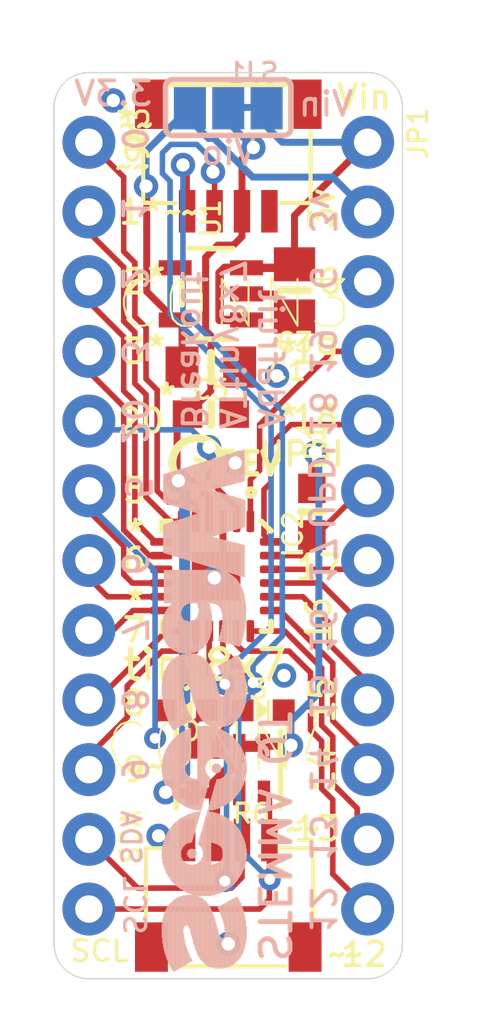
<source format=kicad_pcb>
(kicad_pcb (version 20211014) (generator pcbnew)
  (layers (0 "F.Cu" signal) (31 "B.Cu" signal) (34 "B.Paste" user) (35 "F.Paste" user) (36 "B.SilkS" user "B.Silkscreen") (37 "F.SilkS" user "F.Silkscreen") (38 "B.Mask" user) (39 "F.Mask" user) (44 "Edge.Cuts" user))
  (net 0 "")
  (net 1 "GND")
  (net 2 "3.3V")
  (net 3 "SDA")
  (net 4 "SCL")
  (net 5 "17")
  (net 6 "15")
  (net 7 "12")
  (net 8 "13")
  (net 9 "VCC")
  (net 10 "N$1")
  (net 11 "16")
  (net 12 "5")
  (net 13 "UPDI")
  (net 14 "N$4")
  (net 15 "14")
  (net 16 "6")
  (net 17 "7")
  (net 18 "RXD")
  (net 19 "TXD")
  (net 20 "18")
  (net 21 "19")
  (net 22 "20")
  (net 23 "0")
  (net 24 "1")
  (net 25 "2")
  (net 26 "3")
  (net 27 "VIN")
  (net 28 "N$2")
  (footprint "boardEagle:0603-NO" (layer "F.Cu") (at 151.5491 104.4956 90)
    (fp_text reference "R1" (at 1.778 0.127 90) (layer "F.SilkS") (effects (font (size 0.692831 0.692831) (thickness 0.119969)) (justify left)))
    (fp_text value "10k")
    (pad "1" smd rect (at -0.85 0 90) (size 1.075 1) (layers "F.Cu" "F.Paste" "F.Mask") (net 13 "UPDI"))
    (pad "2" smd rect (at 0.85 0 90) (size 1.075 1) (layers "F.Cu" "F.Paste" "F.Mask") (net 9 "VCC"))
  )
  (footprint "boardEagle:JST_SH4" (layer "F.Cu") (at 148.5011 91.0336 180)
    (fp_text reference "CONN3" (at -4.6 -5.9) (layer "F.SilkS") (effects (font (size 1.703222 1.703222) (thickness 0.074778)) (justify right)))
    (fp_text value "STEMMA_I2C_QT" hide)
    (pad "1" smd rect (at -1.5 -2.514 270) (size 1.55 0.6) (layers "F.Cu" "F.Paste" "F.Mask") (net 1 "GND"))
    (pad "2" smd rect (at -0.5 -2.514 270) (size 1.55 0.6) (layers "F.Cu" "F.Paste" "F.Mask") (net 9 "VCC"))
    (pad "3" smd rect (at 0.5 -2.514 270) (size 1.55 0.6) (layers "F.Cu" "F.Paste" "F.Mask") (net 3 "SDA"))
    (pad "4" smd rect (at 1.5 -2.514 270) (size 1.55 0.6) (layers "F.Cu" "F.Paste" "F.Mask") (net 4 "SCL"))
    (pad "MT1" smd rect (at -2.8 1.386 270) (size 1.8 1.2) (layers "F.Cu" "F.Paste" "F.Mask") (net 1 "GND"))
    (pad "MT2" smd rect (at 2.8 1.386 270) (size 1.8 1.2) (layers "F.Cu" "F.Paste" "F.Mask") (net 1 "GND"))
  )
  (footprint "boardEagle:SOT23-5" (layer "F.Cu") (at 147.8661 96.5581 90)
    (fp_text reference "U1" (at 1.978 0 90) (layer "F.SilkS") (effects (font (size 0.692831 0.692831) (thickness 0.119969)) (justify left)))
    (fp_text value "ap2112")
    (pad "1" smd rect (at -0.95 1.3001 90) (size 0.55 1.2) (layers "F.Cu" "F.Paste" "F.Mask") (net 27 "VIN"))
    (pad "2" smd rect (at 0 1.3001 90) (size 0.55 1.2) (layers "F.Cu" "F.Paste" "F.Mask") (net 1 "GND"))
    (pad "3" smd rect (at 0.95 1.3001 90) (size 0.55 1.2) (layers "F.Cu" "F.Paste" "F.Mask") (net 27 "VIN"))
    (pad "4" smd rect (at 0.95 -1.3001 90) (size 0.55 1.2) (layers "F.Cu" "F.Paste" "F.Mask"))
    (pad "5" smd rect (at -0.95 -1.3001 90) (size 0.55 1.2) (layers "F.Cu" "F.Paste" "F.Mask") (net 2 "3.3V"))
  )
  (footprint "boardEagle:PCBFEAT-REV-040" (layer "F.Cu") (at 147.3581 102.7176)
    (fp_text reference "U$12" hide)
    (fp_text value "" hide)
    (fp_text user ">REV" (at -0.3556 0.508) (layer "F.SilkS") (effects (font (size 0.8128 0.8128) (thickness 0.2032)) (justify left bottom)))
  )
  (footprint "boardEagle:JST_SH4" (layer "F.Cu") (at 148.5011 118.9736)
    (fp_text reference "CONN4" (at -4.6 -5.9) (layer "F.SilkS") (effects (font (size 1.703222 1.703222) (thickness 0.074778)) (justify left)))
    (fp_text value "STEMMA_I2C_QT" hide)
    (pad "1" smd rect (at -1.5 -2.514 90) (size 1.55 0.6) (layers "F.Cu" "F.Paste" "F.Mask") (net 1 "GND"))
    (pad "2" smd rect (at -0.5 -2.514 90) (size 1.55 0.6) (layers "F.Cu" "F.Paste" "F.Mask") (net 9 "VCC"))
    (pad "3" smd rect (at 0.5 -2.514 90) (size 1.55 0.6) (layers "F.Cu" "F.Paste" "F.Mask") (net 3 "SDA"))
    (pad "4" smd rect (at 1.5 -2.514 90) (size 1.55 0.6) (layers "F.Cu" "F.Paste" "F.Mask") (net 4 "SCL"))
    (pad "MT1" smd rect (at -2.8 1.386 90) (size 1.8 1.2) (layers "F.Cu" "F.Paste" "F.Mask") (net 1 "GND"))
    (pad "MT2" smd rect (at 2.8 1.386 90) (size 1.8 1.2) (layers "F.Cu" "F.Paste" "F.Mask") (net 1 "GND"))
  )
  (footprint "boardEagle:1X12_ROUND_76MIL" (layer "F.Cu") (at 153.5811 105.0036 -90)
    (fp_text reference "JP1" (at -15.3162 -1.8288 90) (layer "F.SilkS") (effects (font (size 0.692831 0.692831) (thickness 0.119969)) (justify right)))
    (fp_text value "")
    (pad "1" thru_hole circle (at -13.97 0) (size 1.9304 1.9304) (drill 1) (layers *.Cu *.Mask) (net 27 "VIN"))
    (pad "2" thru_hole circle (at -11.43 0) (size 1.9304 1.9304) (drill 1) (layers *.Cu *.Mask) (net 2 "3.3V"))
    (pad "3" thru_hole circle (at -8.89 0) (size 1.9304 1.9304) (drill 1) (layers *.Cu *.Mask) (net 1 "GND"))
    (pad "4" thru_hole circle (at -6.35 0) (size 1.9304 1.9304) (drill 1) (layers *.Cu *.Mask) (net 21 "19"))
    (pad "5" thru_hole circle (at -3.81 0) (size 1.9304 1.9304) (drill 1) (layers *.Cu *.Mask) (net 20 "18"))
    (pad "6" thru_hole circle (at -1.27 0) (size 1.9304 1.9304) (drill 1) (layers *.Cu *.Mask) (net 13 "UPDI"))
    (pad "7" thru_hole circle (at 1.27 0) (size 1.9304 1.9304) (drill 1) (layers *.Cu *.Mask) (net 5 "17"))
    (pad "8" thru_hole circle (at 3.81 0) (size 1.9304 1.9304) (drill 1) (layers *.Cu *.Mask) (net 11 "16"))
    (pad "9" thru_hole circle (at 6.35 0) (size 1.9304 1.9304) (drill 1) (layers *.Cu *.Mask) (net 6 "15"))
    (pad "10" thru_hole circle (at 8.89 0) (size 1.9304 1.9304) (drill 1) (layers *.Cu *.Mask) (net 15 "14"))
    (pad "11" thru_hole circle (at 11.43 0) (size 1.9304 1.9304) (drill 1) (layers *.Cu *.Mask) (net 8 "13"))
    (pad "12" thru_hole circle (at 13.97 0) (size 1.9304 1.9304) (drill 1) (layers *.Cu *.Mask) (net 7 "12"))
  )
  (footprint "boardEagle:0603-NO" (layer "F.Cu") (at 147.8661 100.9396)
    (fp_text reference "C5" (at -0.762004 -0.888996) (layer "F.SilkS") (effects (font (size 0.692831 0.692831) (thickness 0.119969)) (justify left)))
    (fp_text value "0.1uF")
    (pad "1" smd rect (at -0.85 0) (size 1.075 1) (layers "F.Cu" "F.Paste" "F.Mask") (net 9 "VCC"))
    (pad "2" smd rect (at 0.85 0) (size 1.075 1) (layers "F.Cu" "F.Paste" "F.Mask") (net 1 "GND"))
  )
  (footprint "boardEagle:QFN24_4MM" (layer "F.Cu") (at 148.0566 106.8451 -90)
    (fp_text reference "IC2" (at -2.45 -2.8 90) (layer "F.SilkS") (effects (font (size 0.692831 0.692831) (thickness 0.119969)) (justify right)))
    (fp_text value "ATTINY8X7-MU")
    (pad "1" smd roundrect (at -2 -1.25 90) (size 0.8 0.28) (layers "F.Cu" "F.Paste" "F.Mask") (net 21 "19"))
    (pad "2" smd roundrect (at -2 -0.75 90) (size 0.8 0.28) (layers "F.Cu" "F.Paste" "F.Mask") (net 22 "20"))
    (pad "3" smd roundrect (at -2 -0.25 90) (size 0.8 0.28) (layers "F.Cu" "F.Paste" "F.Mask") (net 1 "GND"))
    (pad "4" smd roundrect (at -2 0.25 90) (size 0.8 0.28) (layers "F.Cu" "F.Paste" "F.Mask") (net 9 "VCC"))
    (pad "5" smd roundrect (at -2 0.75 90) (size 0.8 0.28) (layers "F.Cu" "F.Paste" "F.Mask") (net 23 "0"))
    (pad "6" smd roundrect (at -2 1.25 90) (size 0.8 0.28) (layers "F.Cu" "F.Paste" "F.Mask") (net 24 "1"))
    (pad "7" smd roundrect (at -1.25 2) (size 0.8 0.28) (layers "F.Cu" "F.Paste" "F.Mask") (net 25 "2"))
    (pad "8" smd roundrect (at -0.75 2) (size 0.8 0.28) (layers "F.Cu" "F.Paste" "F.Mask") (net 26 "3"))
    (pad "9" smd roundrect (at -0.25 2) (size 0.8 0.28) (layers "F.Cu" "F.Paste" "F.Mask"))
    (pad "10" smd roundrect (at 0.25 2) (size 0.8 0.28) (layers "F.Cu" "F.Paste" "F.Mask") (net 12 "5"))
    (pad "11" smd roundrect (at 0.75 2) (size 0.8 0.28) (layers "F.Cu" "F.Paste" "F.Mask") (net 16 "6"))
    (pad "12" smd roundrect (at 1.25 2) (size 0.8 0.28) (layers "F.Cu" "F.Paste" "F.Mask") (net 17 "7"))
    (pad "13" smd roundrect (at 2 1.25 270) (size 0.8 0.28) (layers "F.Cu" "F.Paste" "F.Mask") (net 18 "RXD"))
    (pad "14" smd roundrect (at 2 0.75 270) (size 0.8 0.28) (layers "F.Cu" "F.Paste" "F.Mask") (net 19 "TXD"))
    (pad "15" smd roundrect (at 2 0.25 270) (size 0.8 0.28) (layers "F.Cu" "F.Paste" "F.Mask") (net 3 "SDA"))
    (pad "16" smd roundrect (at 2 -0.25 270) (size 0.8 0.28) (layers "F.Cu" "F.Paste" "F.Mask") (net 4 "SCL"))
    (pad "17" smd roundrect (at 2 -0.75 270) (size 0.8 0.28) (layers "F.Cu" "F.Paste" "F.Mask") (net 7 "12"))
    (pad "18" smd roundrect (at 2 -1.25 270) (size 0.8 0.28) (layers "F.Cu" "F.Paste" "F.Mask") (net 8 "13"))
    (pad "19" smd roundrect (at 1.25 -2 180) (size 0.8 0.28) (layers "F.Cu" "F.Paste" "F.Mask") (net 15 "14"))
    (pad "20" smd roundrect (at 0.75 -2 180) (size 0.8 0.28) (layers "F.Cu" "F.Paste" "F.Mask") (net 6 "15"))
    (pad "21" smd roundrect (at 0.25 -2 180) (size 0.8 0.28) (layers "F.Cu" "F.Paste" "F.Mask") (net 11 "16"))
    (pad "22" smd roundrect (at -0.25 -2 180) (size 0.8 0.28) (layers "F.Cu" "F.Paste" "F.Mask") (net 5 "17"))
    (pad "23" smd roundrect (at -0.75 -2 180) (size 0.8 0.28) (layers "F.Cu" "F.Paste" "F.Mask") (net 13 "UPDI"))
    (pad "24" smd roundrect (at -1.25 -2 180) (size 0.8 0.28) (layers "F.Cu" "F.Paste" "F.Mask") (net 20 "18"))
    (pad "THERM" smd rect (at 0 0 270) (size 1.778 1.778) (layers "F.Cu" "F.Mask") (net 1 "GND"))
  )
  (footprint "boardEagle:0805-NO" (layer "F.Cu") (at 150.9141 96.4311 -90)
    (fp_text reference "C3" (at 1.905 -0.762) (layer "F.SilkS") (effects (font (size 0.692831 0.692831) (thickness 0.119969)) (justify right)))
    (fp_text value "10uF")
    (pad "1" smd rect (at -0.95 0 270) (size 1.24 1.5) (layers "F.Cu" "F.Paste" "F.Mask") (net 27 "VIN"))
    (pad "2" smd rect (at 0.95 0 270) (size 1.24 1.5) (layers "F.Cu" "F.Paste" "F.Mask") (net 1 "GND"))
  )
  (footprint "boardEagle:1X12_ROUND_76MIL" (layer "F.Cu") (at 143.4211 105.0036 -90)
    (fp_text reference "JP3" (at -15.3162 -1.8288 90) (layer "F.SilkS") (effects (font (size 0.692831 0.692831) (thickness 0.119969)) (justify right)))
    (fp_text value "")
    (pad "1" thru_hole circle (at -13.97 0) (size 1.9304 1.9304) (drill 1) (layers *.Cu *.Mask) (net 23 "0"))
    (pad "2" thru_hole circle (at -11.43 0) (size 1.9304 1.9304) (drill 1) (layers *.Cu *.Mask) (net 24 "1"))
    (pad "3" thru_hole circle (at -8.89 0) (size 1.9304 1.9304) (drill 1) (layers *.Cu *.Mask) (net 25 "2"))
    (pad "4" thru_hole circle (at -6.35 0) (size 1.9304 1.9304) (drill 1) (layers *.Cu *.Mask) (net 26 "3"))
    (pad "5" thru_hole circle (at -3.81 0) (size 1.9304 1.9304) (drill 1) (layers *.Cu *.Mask) (net 22 "20"))
    (pad "6" thru_hole circle (at -1.27 0) (size 1.9304 1.9304) (drill 1) (layers *.Cu *.Mask) (net 12 "5"))
    (pad "7" thru_hole circle (at 1.27 0) (size 1.9304 1.9304) (drill 1) (layers *.Cu *.Mask) (net 16 "6"))
    (pad "8" thru_hole circle (at 3.81 0) (size 1.9304 1.9304) (drill 1) (layers *.Cu *.Mask) (net 17 "7"))
    (pad "9" thru_hole circle (at 6.35 0) (size 1.9304 1.9304) (drill 1) (layers *.Cu *.Mask) (net 18 "RXD"))
    (pad "10" thru_hole circle (at 8.89 0) (size 1.9304 1.9304) (drill 1) (layers *.Cu *.Mask) (net 19 "TXD"))
    (pad "11" thru_hole circle (at 11.43 0) (size 1.9304 1.9304) (drill 1) (layers *.Cu *.Mask) (net 3 "SDA"))
    (pad "12" thru_hole circle (at 13.97 0) (size 1.9304 1.9304) (drill 1) (layers *.Cu *.Mask) (net 4 "SCL"))
  )
  (footprint "boardEagle:0805_10MGAP" (layer "F.Cu") (at 147.8661 99.2251)
    (fp_text reference "C1" (at 2.032 0.127) (layer "F.SilkS") (effects (font (size 0.692831 0.692831) (thickness 0.119969)) (justify left)))
    (fp_text value "10uF")
    (pad "1" smd rect (at -1.05 0) (size 1.2 1.5) (layers "F.Cu" "F.Paste" "F.Mask") (net 2 "3.3V"))
    (pad "2" smd rect (at 1.05 0) (size 1.2 1.5) (layers "F.Cu" "F.Paste" "F.Mask") (net 1 "GND"))
  )
  (footprint "boardEagle:RESPACK_4X0603" (layer "F.Cu") (at 148.5011 113.8936 180)
    (fp_text reference "R6" (at -1.6 -1.6) (layer "F.SilkS") (effects (font (size 0.692831 0.692831) (thickness 0.119969)) (justify right)))
    (fp_text value "10K")
    (pad "1" smd rect (at -1.3 0.85 180) (size 0.45 0.9) (layers "F.Cu" "F.Paste" "F.Mask") (net 9 "VCC"))
    (pad "2" smd rect (at -0.4 0.85 180) (size 0.45 0.9) (layers "F.Cu" "F.Paste" "F.Mask") (net 9 "VCC"))
    (pad "3" smd rect (at 0.4 0.85 180) (size 0.45 0.9) (layers "F.Cu" "F.Paste" "F.Mask") (net 10 "N$1"))
    (pad "4" smd rect (at 1.3 0.85 180) (size 0.45 0.9) (layers "F.Cu" "F.Paste" "F.Mask") (net 14 "N$4"))
    (pad "5" smd rect (at 1.3 -0.85 180) (size 0.45 0.9) (layers "F.Cu" "F.Paste" "F.Mask") (net 9 "VCC"))
    (pad "6" smd rect (at 0.4 -0.85 180) (size 0.45 0.9) (layers "F.Cu" "F.Paste" "F.Mask") (net 9 "VCC"))
    (pad "7" smd rect (at -0.4 -0.85 180) (size 0.45 0.9) (layers "F.Cu" "F.Paste" "F.Mask") (net 3 "SDA"))
    (pad "8" smd rect (at -1.3 -0.85 180) (size 0.45 0.9) (layers "F.Cu" "F.Paste" "F.Mask") (net 4 "SCL"))
  )
  (footprint "boardEagle:CHIPLED_0603_NOOUTLINE" (layer "F.Cu") (at 146.9771 111.7346 90)
    (fp_text reference "D4" (at -0.762 1.27) (layer "F.SilkS") (effects (font (size 0.692831 0.692831) (thickness 0.119969)) (justify right)))
    (fp_text value "red")
    (pad "A" smd rect (at 0 0.75 90) (size 0.8 0.8) (layers "F.Cu" "F.Paste" "F.Mask") (net 14 "N$4"))
    (pad "C" smd rect (at 0 -0.75 90) (size 0.8 0.8) (layers "F.Cu" "F.Paste" "F.Mask") (net 12 "5"))
  )
  (footprint "boardEagle:CHIPLED_0603_NOOUTLINE" (layer "F.Cu") (at 149.7711 111.7346 -90)
    (fp_text reference "D3" (at -0.762 1.27) (layer "F.SilkS") (effects (font (size 0.692831 0.692831) (thickness 0.119969)) (justify left)))
    (fp_text value "GREEN")
    (pad "A" smd rect (at 0 0.75 270) (size 0.8 0.8) (layers "F.Cu" "F.Paste" "F.Mask") (net 10 "N$1"))
    (pad "C" smd rect (at 0 -0.75 270) (size 0.8 0.8) (layers "F.Cu" "F.Paste" "F.Mask") (net 1 "GND"))
  )
  (footprint "boardEagle:SOLDERJUMPER_2WAY_OPEN_NOPASTE" (layer "B.Cu") (at 148.5011 89.7636 180)
    (fp_text reference "SJ1" (at -1.905 1.27) (layer "B.SilkS") (effects (font (size 0.692831 0.692831) (thickness 0.119969)) (justify left mirror)))
    (fp_text value "")
    (pad "1" smd rect (at -1.397 0 180) (size 1.1684 1.6002) (layers "B.Cu") (net 27 "VIN"))
    (pad "2" smd rect (at 0 0 180) (size 1.1684 1.6002) (layers "B.Cu") (net 9 "VCC"))
    (pad "3" smd rect (at 1.397 0 180) (size 1.1684 1.6002) (layers "B.Cu") (net 2 "3.3V"))
  )
  (footprint "boardEagle:SEESAW_LOGO" (layer "B.Cu") (at 146.0881 121.2596 90)
    (fp_text reference "U$7" hide)
    (fp_text value "" hide)
  )
  (gr_arc (start 142.1511 89.7636) (mid 142.523074 88.865574) (end 143.4211 88.4936) (layer "Edge.Cuts") (width 0.05))
  (gr_line (start 143.4211 121.5136) (end 153.5811 121.5136) (layer "Edge.Cuts") (width 0.05))
  (gr_arc (start 154.8511 120.2436) (mid 154.479126 121.141626) (end 153.5811 121.5136) (layer "Edge.Cuts") (width 0.05))
  (gr_arc (start 153.5811 88.4936) (mid 154.479126 88.865574) (end 154.8511 89.7636) (layer "Edge.Cuts") (width 0.05))
  (gr_line (start 154.8511 120.2436) (end 154.8511 89.7636) (layer "Edge.Cuts") (width 0.05))
  (gr_line (start 153.5811 88.4936) (end 143.4211 88.4936) (layer "Edge.Cuts") (width 0.05))
  (gr_arc (start 143.4211 121.5136) (mid 142.523074 121.141626) (end 142.1511 120.2436) (layer "Edge.Cuts") (width 0.05))
  (gr_line (start 142.1511 89.7636) (end 142.1511 120.2436) (layer "Edge.Cuts") (width 0.05))
  (gr_text "UPDI" (at 151.8666 103.6066 -90) (layer "B.SilkS") (effects (font (size 0.87376 0.87376) (thickness 0.14224)) (justify mirror)))
  (gr_text "17" (at 151.9301 106.2736 -90) (layer "B.SilkS") (effects (font (size 0.87376 0.87376) (thickness 0.14224)) (justify mirror)))
  (gr_text "16" (at 151.9301 108.8136 -90) (layer "B.SilkS") (effects (font (size 0.87376 0.87376) (thickness 0.14224)) (justify mirror)))
  (gr_text "18" (at 151.9301 100.9396 -90) (layer "B.SilkS") (effects (font (size 0.87376 0.87376) (thickness 0.14224)) (justify mirror)))
  (gr_text "13" (at 151.9301 116.3701 -90) (layer "B.SilkS") (effects (font (size 0.87376 0.87376) (thickness 0.14224)) (justify mirror)))
  (gr_text "G" (at 151.9301 95.9866 -90) (layer "B.SilkS") (effects (font (size 0.87376 0.87376) (thickness 0.14224)) (justify mirror)))
  (gr_text "Vio" (at 148.5011 91.4146) (layer "B.SilkS") (effects (font (size 0.87376 0.87376) (thickness 0.14224)) (justify mirror)))
  (gr_text "0" (at 145.0721 90.9066 -90) (layer "B.SilkS") (effects (font (size 0.87376 0.87376) (thickness 0.14224)) (justify mirror)))
  (gr_text "3" (at 145.0721 98.6536 -90) (layer "B.SilkS") (effects (font (size 0.87376 0.87376) (thickness 0.14224)) (justify mirror)))
  (gr_text "5" (at 145.1991 103.6066 -90) (layer "B.SilkS") (effects (font (size 0.87376 0.87376) (thickness 0.14224)) (justify mirror)))
  (gr_text "1" (at 145.0721 93.4466 -90) (layer "B.SilkS") (effects (font (size 0.87376 0.87376) (thickness 0.14224)) (justify mirror)))
  (gr_text "20" (at 145.0721 101.1936 -90) (layer "B.SilkS") (effects (font (size 0.87376 0.87376) (thickness 0.14224)) (justify mirror)))
  (gr_text "15" (at 151.9301 111.2266 -90) (layer "B.SilkS") (effects (font (size 0.87376 0.87376) (thickness 0.14224)) (justify mirror)))
  (gr_text "3v" (at 151.9301 93.5736 -90) (layer "B.SilkS") (effects (font (size 0.87376 0.87376) (thickness 0.14224)) (justify mirror)))
  (gr_text "12" (at 151.9301 118.9736 -90) (layer "B.SilkS") (effects (font (size 0.87376 0.87376) (thickness 0.14224)) (justify mirror)))
  (gr_text "Adafruit\nATtiny8x7\nBreakout" (at 146.7231 101.5746 -90) (layer "B.SilkS") (effects (font (size 0.87376 0.87376) (thickness 0.14224)) (justify left bottom mirror)))
  (gr_text "STEMMA QT" (at 149.5171 121.0056 -90) (layer "B.SilkS") (effects (font (size 1.0922 1.0922) (thickness 0.1778)) (justify left bottom mirror)))
  (gr_text "2" (at 145.0721 95.9866 -90) (layer "B.SilkS") (effects (font (size 0.87376 0.87376) (thickness 0.14224)) (justify mirror)))
  (gr_text "SCL" (at 145.0721 118.8466 -90) (layer "B.SilkS") (effects (font (size 0.76454 0.76454) (thickness 0.12446)) (justify mirror)))
  (gr_text "9" (at 145.0721 113.8936 -90) (layer "B.SilkS") (effects (font (size 0.87376 0.87376) (thickness 0.14224)) (justify mirror)))
  (gr_text "SDA" (at 144.9451 116.3701 -90) (layer "B.SilkS") (effects (font (size 0.699008 0.699008) (thickness 0.113792)) (justify mirror)))
  (gr_text "Vin" (at 152.0571 89.6366) (layer "B.SilkS") (effects (font (size 0.87376 0.87376) (thickness 0.14224)) (justify mirror)))
  (gr_text "8" (at 145.0721 111.3536 -90) (layer "B.SilkS") (effects (font (size 0.87376 0.87376) (thickness 0.14224)) (justify mirror)))
  (gr_text "6" (at 145.0721 106.4006 -90) (layer "B.SilkS") (effects (font (size 0.87376 0.87376) (thickness 0.14224)) (justify mirror)))
  (gr_text "19" (at 151.9301 98.6536 -90) (layer "B.SilkS") (effects (font (size 0.87376 0.87376) (thickness 0.14224)) (justify mirror)))
  (gr_text "7" (at 145.0721 108.8136 -90) (layer "B.SilkS") (effects (font (size 0.87376 0.87376) (thickness 0.14224)) (justify mirror)))
  (gr_text "14" (at 151.9301 113.8936 -90) (layer "B.SilkS") (effects (font (size 0.87376 0.87376) (thickness 0.14224)) (justify mirror)))
  (gr_text "3.3V" (at 144.3101 89.2556) (layer "B.SilkS") (effects (font (size 0.87376 0.87376) (thickness 0.14224)) (justify mirror)))
  (gr_text "6" (at 145.0721 106.2736) (layer "F.SilkS") (effects (font (size 0.87376 0.87376) (thickness 0.14224))))
  (gr_text "~~" (at 145.4531 114.2746) (layer "F.SilkS") (effects (font (size 0.87376 0.87376) (thickness 0.14224)) (justify left bottom)))
  (gr_text "~~" (at 152.0571 121.1326) (layer "F.SilkS") (effects (font (size 0.87376 0.87376) (thickness 0.14224)) (justify left bottom)))
  (gr_text "14" (at 151.9301 113.8936 90) (layer "F.SilkS") (effects (font (size 0.87376 0.87376) (thickness 0.14224))))
  (gr_text "SDA" (at 144.9451 116.3701 90) (layer "F.SilkS") (effects (font (size 0.699008 0.699008) (thickness 0.113792))))
  (gr_text "~~" (at 150.5331 116.5606) (layer "F.SilkS") (effects (font (size 0.87376 0.87376) (thickness 0.14224)) (justify left bottom)))
  (gr_text "5" (at 145.0721 103.7336) (layer "F.SilkS") (effects (font (size 0.87376 0.87376) (thickness 0.14224))))
  (gr_text "2" (at 145.0721 96.1136) (layer "F.SilkS") (effects (font (size 0.87376 0.87376) (thickness 0.14224))))
  (gr_text "13" (at 151.7396 116.0526) (layer "F.SilkS") (effects (font (size 0.87376 0.87376) (thickness 0.14224))))
  (gr_text "G" (at 152.1841 96.1136) (layer "F.SilkS") (effects (font (size 0.87376 0.87376) (thickness 0.14224))))
  (gr_text "0" (at 145.0086 91.2876) (layer "F.SilkS") (effects (font (size 0.87376 0.87376) (thickness 0.14224))))
  (gr_text "9" (at 145.0721 113.8936) (layer "F.SilkS") (effects (font (size 0.87376 0.87376) (thickness 0.14224))))
  (gr_text "*" (at 150.2791 99.1616) (layer "F.SilkS") (effects (font (size 0.87376 0.87376) (thickness 0.14224)) (justify left bottom)))
  (gr_text "~~" (at 144.3101 92.4306) (layer "F.SilkS") (effects (font (size 0.87376 0.87376) (thickness 0.14224)) (justify left bottom)))
  (gr_text "12" (at 153.4541 120.6246) (layer "F.SilkS") (effects (font (size 0.87376 0.87376) (thickness 0.14224))))
  (gr_text "*" (at 145.3261 94.0816) (layer "F.SilkS") (effects (font (size 0.87376 0.87376) (thickness 0.14224)) (justify left bottom)))
  (gr_text "Vin" (at 153.4541 89.3826) (layer "F.SilkS") (effects (font (size 0.87376 0.87376) (thickness 0.14224))))
  (gr_text "16" (at 151.8031 108.4326 90) (layer "F.SilkS") (effects (font (size 0.87376 0.87376) (thickness 0.14224))))
  (gr_text "*" (at 145.8341 100.8126) (layer "F.SilkS") (effects (font (size 0.87376 0.87376) (thickness 0.14224)) (justify left bottom)))
  (gr_text "7" (at 145.0721 108.8136) (layer "F.SilkS") (effects (font (size 0.87376 0.87376) (thickness 0.14224))))
  (gr_text "UPDI" (at 151.1681 102.4001) (layer "F.SilkS") (effects (font (size 0.87376 0.87376) (thickness 0.14224))))
  (gr_text "3" (at 145.0721 98.6536) (layer "F.SilkS") (effects (font (size 0.87376 0.87376) (thickness 0.14224))))
  (gr_text "3v" (at 151.9301 93.4466 90) (layer "F.SilkS") (effects (font (size 0.87376 0.87376) (thickness 0.14224))))
  (gr_text "1" (at 144.9451 93.5736) (layer "F.SilkS") (effects (font (size 0.87376 0.87376) (thickness 0.14224))))
  (gr_text "19" (at 151.6761 98.6536) (layer "F.SilkS") (effects (font (size 0.87376 0.87376) (thickness 0.14224))))
  (gr_text "*" (at 144.6911 105.7656) (layer "F.SilkS") (effects (font (size 0.87376 0.87376) (thickness 0.14224)) (justify left bottom)))
  (gr_text "*" (at 145.4531 96.4946) (layer "F.SilkS") (effects (font (size 0.87376 0.87376) (thickness 0.14224)) (justify left bottom)))
  (gr_text "~~" (at 146.0881 94.0816) (layer "F.SilkS") (effects (font (size 0.87376 0.87376) (thickness 0.14224)) (justify left bottom)))
  (gr_text "*" (at 150.2791 101.5746) (layer "F.SilkS") (effects (font (size 0.87376 0.87376) (thickness 0.14224)) (justify left bottom)))
  (gr_text "*" (at 144.3101 90.7796) (layer "F.SilkS") (effects (font (size 0.87376 0.87376) (thickness 0.14224)) (justify left bottom)))
  (gr_text "17" (at 151.8031 106.5276) (layer "F.SilkS") (effects (font (size 0.87376 0.87376) (thickness 0.14224))))
  (gr_text "*" (at 144.6911 108.3056) (layer "F.SilkS") (effects (font (size 0.87376 0.87376) (thickness 0.14224)) (justify left bottom)))
  (gr_text "8" (at 145.0721 111.4806) (layer "F.SilkS") (effects (font (size 0.87376 0.87376) (thickness 0.14224))))
  (gr_text "*" (at 145.4531 99.0346) (layer "F.SilkS") (effects (font (size 0.87376 0.87376) (thickness 0.14224)) (justify left bottom)))
  (gr_text "18" (at 151.6761 101.0666) (layer "F.SilkS") (effects (font (size 0.87376 0.87376) (thickness 0.14224))))
  (gr_text "~~" (at 144.4371 90.9066) (layer "F.SilkS") (effects (font (size 0.87376 0.87376) (thickness 0.14224)) (justify left bottom)))
  (gr_text "20" (at 145.3261 101.1936) (layer "F.SilkS") (effects (font (size 0.87376 0.87376) (thickness 0.14224))))
  (gr_text "tiny8x7" (at 144.5641 110.7186) (layer "F.SilkS") (effects (font (size 1.0922 1.0922) (thickness 0.1778)) (justify left bottom)))
  (gr_text "SCL" (at 143.8021 120.4976) (layer "F.SilkS") (effects (font (size 0.76454 0.76454) (thickness 0.12446))))
  (gr_text "15" (at 151.9301 111.3536 90) (layer "F.SilkS") (effects (font (size 0.87376 0.87376) (thickness 0.14224))))
  (segment (start 149.1662 96.5581) (end 150.0911 96.5581) (width 0.254) (layer "F.Cu") (net 1))
  (segment (start 150.0911 96.5581) (end 150.9141 97.3811) (width 0.254) (layer "F.Cu") (net 1))
  (segment (start 148.3066 106.5951) (end 148.0566 106.8451) (width 0.254) (layer "F.Cu") (net 1))
  (segment (start 148.3066 104.8451) (end 148.3066 106.5951) (width 0.254) (layer "F.Cu") (net 1))
  (via (at 150.2791 99.5426) (size 0.889) (drill 0.4826) (layers "F.Cu" "B.Cu") (net 1))
  (via (at 148.5011 120.2436) (size 0.889) (drill 0.4826) (layers "F.Cu" "B.Cu") (net 1))
  (via (at 145.9611 116.3066) (size 0.889) (drill 0.4826) (layers "F.Cu" "B.Cu") (net 1))
  (via (at 144.3101 89.5096) (size 0.889) (drill 0.4826) (layers "F.Cu" "B.Cu") (net 1))
  (via (at 147.9931 106.9086) (size 0.889) (drill 0.4826) (layers "F.Cu" "B.Cu") (net 1))
  (via (at 150.5331 110.4646) (size 0.889) (drill 0.4826) (layers "F.Cu" "B.Cu") (net 1))
  (via (at 148.7551 102.7176) (size 0.889) (drill 0.4826) (layers "F.Cu" "B.Cu") (net 1))
  (segment (start 146.8161 99.2251) (end 146.8161 97.7582) (width 0.254) (layer "F.Cu") (net 2))
  (segment (start 146.566 97.5081) (end 145.5293 96.4714) (width 0.254) (layer "F.Cu") (net 2))
  (segment (start 146.8161 97.7582) (end 146.566 97.5081) (width 0.254) (layer "F.Cu") (net 2))
  (segment (start 145.5293 92.65765) (end 145.504675 92.633025) (width 0.254) (layer "F.Cu") (net 2))
  (segment (start 145.5293 96.4714) (end 145.5293 92.65765) (width 0.254) (layer "F.Cu") (net 2))
  (via (at 145.504675 92.633025) (size 0.889) (drill 0.4826) (layers "F.Cu" "B.Cu") (net 2))
  (segment (start 145.504675 91.363025) (end 147.1041 89.7636) (width 0.254) (layer "B.Cu") (net 2))
  (segment (start 147.1041 90.217875) (end 147.780125 90.8939) (width 0.254) (layer "B.Cu") (net 2))
  (segment (start 152.3111 92.3036) (end 153.5811 93.5736) (width 0.254) (layer "B.Cu") (net 2))
  (segment (start 149.3901 92.3036) (end 152.3111 92.3036) (width 0.254) (layer "B.Cu") (net 2))
  (segment (start 147.1041 89.7636) (end 147.1041 90.217875) (width 0.254) (layer "B.Cu") (net 2))
  (segment (start 145.504675 92.633025) (end 145.504675 91.363025) (width 0.254) (layer "B.Cu") (net 2))
  (segment (start 147.780125 90.8939) (end 147.9804 90.8939) (width 0.254) (layer "B.Cu") (net 2))
  (segment (start 147.9804 90.8939) (end 149.3901 92.3036) (width 0.254) (layer "B.Cu") (net 2))
  (segment (start 143.4211 116.4336) (end 145.1991 118.2116) (width 0.2032) (layer "F.Cu") (net 3))
  (segment (start 149.0011 116.4596) (end 149.0011 117.8226) (width 0.2032) (layer "F.Cu") (net 3))
  (segment (start 149.0011 114.8436) (end 148.9011 114.7436) (width 0.2032) (layer "F.Cu") (net 3))
  (segment (start 145.1991 118.2116) (end 148.3741 118.2116) (width 0.2032) (layer "F.Cu") (net 3))
  (segment (start 147.8066 108.8451) (end 147.8066 110.3691) (width 0.2032) (layer "F.Cu") (net 3))
  (segment (start 149.0011 117.8226) (end 148.6121 118.2116) (width 0.2032) (layer "F.Cu") (net 3))
  (segment (start 148.2196 110.7821) (end 147.8066 110.3691) (width 0.2032) (layer "F.Cu") (net 3))
  (segment (start 148.3741 110.7821) (end 148.2196 110.7821) (width 0.2032) (layer "F.Cu") (net 3))
  (segment (start 149.0011 116.4596) (end 149.0011 114.8436) (width 0.2032) (layer "F.Cu") (net 3))
  (segment (start 148.0011 93.5476) (end 148.0011 92.1719) (width 0.2032) (layer "F.Cu") (net 3))
  (segment (start 148.6121 118.2116) (end 148.3741 118.2116) (width 0.2032) (layer "F.Cu") (net 3))
  (segment (start 148.3741 117.9576) (end 148.3741 118.2116) (width 0.2032) (layer "F.Cu") (net 3))
  (segment (start 148.0011 92.1719) (end 147.9423 92.1131) (width 0.2032) (layer "F.Cu") (net 3))
  (via (at 147.9423 92.1131) (size 0.889) (drill 0.4826) (layers "F.Cu" "B.Cu") (net 3))
  (via (at 148.3741 117.9576) (size 0.8001) (drill 0.3937) (layers "F.Cu" "B.Cu") (net 3))
  (via (at 148.3741 110.7821) (size 0.8001) (drill 0.3937) (layers "F.Cu" "B.Cu") (net 3))
  (segment (start 146.3802 97.297938) (end 150.0632 100.980938) (width 0.2032) (layer "B.Cu") (net 3))
  (segment (start 150.0632 108.689569) (end 148.444 110.308769) (width 0.2032) (layer "B.Cu") (net 3))
  (segment (start 147.350975 91.1098) (end 146.412725 91.1098) (width 0.2032) (layer "B.Cu") (net 3))
  (segment (start 147.9423 91.701125) (end 147.350975 91.1098) (width 0.2032) (layer "B.Cu") (net 3))
  (segment (start 146.412725 91.1098) (end 146.1008 91.421725) (width 0.2032) (layer "B.Cu") (net 3))
  (segment (start 148.4376 110.8456) (end 148.3741 110.7821) (width 0.2032) (layer "B.Cu") (net 3))
  (segment (start 146.3802 92.448875) (end 146.3802 97.297938) (width 0.2032) (layer "B.Cu") (net 3))
  (segment (start 148.444 110.308769) (end 148.444 110.7122) (width 0.2032) (layer "B.Cu") (net 3))
  (segment (start 146.1008 92.169475) (end 146.3802 92.448875) (width 0.2032) (layer "B.Cu") (net 3))
  (segment (start 150.0632 100.980938) (end 150.0632 108.689569) (width 0.2032) (layer "B.Cu") (net 3))
  (segment (start 148.3741 117.9576) (end 148.4376 117.8941) (width 0.2032) (layer "B.Cu") (net 3))
  (segment (start 148.444 110.7122) (end 148.3741 110.7821) (width 0.2032) (layer "B.Cu") (net 3))
  (segment (start 148.4376 110.8456) (end 148.4376 117.8941) (width 0.2032) (layer "B.Cu") (net 3))
  (segment (start 147.9423 92.1131) (end 147.9423 91.701125) (width 0.2032) (layer "B.Cu") (net 3))
  (segment (start 146.1008 91.421725) (end 146.1008 92.169475) (width 0.2032) (layer "B.Cu") (net 3))
  (segment (start 149.6441 118.9736) (end 150.0011 118.6166) (width 0.2032) (layer "F.Cu") (net 4))
  (segment (start 149.40285 110.727732) (end 149.40285 110.634232) (width 0.2032) (layer "F.Cu") (net 4))
  (segment (start 150.0011 117.9054) (end 150.0124 117.8941) (width 0.2032) (layer "F.Cu") (net 4))
  (segment (start 150.0011 117.9054) (end 150.0011 116.4596) (width 0.2032) (layer "F.Cu") (net 4))
  (segment (start 147.0011 92.0101) (end 146.8501 91.8591) (width 0.2032) (layer "F.Cu") (net 4))
  (segment (start 150.0011 118.6166) (end 150.0011 117.9054) (width 0.2032) (layer "F.Cu") (net 4))
  (segment (start 147.0011 93.5476) (end 147.0011 92.0101) (width 0.2032) (layer "F.Cu") (net 4))
  (segment (start 148.3066 109.537982) (end 148.3066 108.8451) (width 0.2032) (layer "F.Cu") (net 4))
  (segment (start 150.0011 116.4596) (end 150.0011 114.9436) (width 0.2032) (layer "F.Cu") (net 4))
  (segment (start 149.40285 110.634232) (end 148.3066 109.537982) (width 0.2032) (layer "F.Cu") (net 4))
  (segment (start 143.4211 118.9736) (end 149.6441 118.9736) (width 0.2032) (layer "F.Cu") (net 4))
  (segment (start 150.0011 114.9436) (end 149.8011 114.7436) (width 0.2032) (layer "F.Cu") (net 4))
  (via (at 146.8501 91.8591) (size 0.889) (drill 0.4826) (layers "F.Cu" "B.Cu") (net 4))
  (via (at 149.40285 110.727732) (size 0.8001) (drill 0.3937) (layers "F.Cu" "B.Cu") (net 4))
  (via (at 150.0124 117.8941) (size 0.8001) (drill 0.3937) (layers "F.Cu" "B.Cu") (net 4))
  (segment (start 150.4696 100.8126) (end 150.4696 109.025982) (width 0.2032) (layer "B.Cu") (net 4))
  (segment (start 149.40285 111.08685) (end 148.8821 111.6076) (width 0.2032) (layer "B.Cu") (net 4))
  (segment (start 148.8821 116.7638) (end 148.8821 111.6076) (width 0.2032) (layer "B.Cu") (net 4))
  (segment (start 150.4696 109.025982) (end 149.40285 110.092732) (width 0.2032) (layer "B.Cu") (net 4))
  (segment (start 150.0124 117.8941) (end 148.8821 116.7638) (width 0.2032) (layer "B.Cu") (net 4))
  (segment (start 149.40285 110.092732) (end 149.40285 110.727732) (width 0.2032) (layer "B.Cu") (net 4))
  (segment (start 146.8501 97.1931) (end 150.4696 100.8126) (width 0.2032) (layer "B.Cu") (net 4))
  (segment (start 149.40285 110.727732) (end 149.40285 111.08685) (width 0.2032) (layer "B.Cu") (net 4))
  (segment (start 146.8501 91.8591) (end 146.8501 97.1931) (width 0.2032) (layer "B.Cu") (net 4))
  (segment (start 153.3271 106.2736) (end 153.5811 106.2736) (width 0.2032) (layer "F.Cu") (net 5))
  (segment (start 150.0566 106.5951) (end 153.0056 106.5951) (width 0.2032) (layer "F.Cu") (net 5))
  (segment (start 153.0056 106.5951) (end 153.3271 106.2736) (width 0.2032) (layer "F.Cu") (net 5))
  (segment (start 151.2196 107.5951) (end 152.1841 108.5596) (width 0.2032) (layer "F.Cu") (net 6))
  (segment (start 153.5811 110.7186) (end 153.5811 111.3536) (width 0.2032) (layer "F.Cu") (net 6))
  (segment (start 152.1841 109.3216) (end 153.5811 110.7186) (width 0.2032) (layer "F.Cu") (net 6))
  (segment (start 152.1841 108.5596) (end 152.1841 109.3216) (width 0.2032) (layer "F.Cu") (net 6))
  (segment (start 150.0566 107.5951) (end 151.2196 107.5951) (width 0.2032) (layer "F.Cu") (net 6))
  (segment (start 152.3111 117.7036) (end 153.5811 118.9736) (width 0.2032) (layer "F.Cu") (net 7))
  (segment (start 149.04355 109.5756) (end 150.713887 109.5756) (width 0.2032) (layer "F.Cu") (net 7))
  (segment (start 152.3111 114.994394) (end 152.3111 117.7036) (width 0.2032) (layer "F.Cu") (net 7))
  (segment (start 149.04355 109.5756) (end 148.8066 109.33865) (width 0.2032) (layer "F.Cu") (net 7))
  (segment (start 148.8066 108.8451) (end 148.8066 109.33865) (width 0.2032) (layer "F.Cu") (net 7))
  (segment (start 151.4983 112.452275) (end 151.9047 112.858675) (width 0.2032) (layer "F.Cu") (net 7))
  (segment (start 151.4983 110.360013) (end 151.4983 112.452275) (width 0.2032) (layer "F.Cu") (net 7))
  (segment (start 150.713887 109.5756) (end 151.4983 110.360013) (width 0.2032) (layer "F.Cu") (net 7))
  (segment (start 151.9047 112.858675) (end 151.9047 114.587994) (width 0.2032) (layer "F.Cu") (net 7))
  (segment (start 151.9047 114.587994) (end 152.3111 114.994394) (width 0.2032) (layer "F.Cu") (net 7))
  (segment (start 152.3111 114.419657) (end 153.2001 115.308657) (width 0.2032) (layer "F.Cu") (net 8))
  (segment (start 151.9047 110.191675) (end 151.9047 112.283938) (width 0.2032) (layer "F.Cu") (net 8))
  (segment (start 151.9047 112.283938) (end 152.3111 112.690338) (width 0.2032) (layer "F.Cu") (net 8))
  (segment (start 152.3111 112.690338) (end 152.3111 114.419657) (width 0.2032) (layer "F.Cu") (net 8))
  (segment (start 150.558125 108.8451) (end 151.9047 110.191675) (width 0.2032) (layer "F.Cu") (net 8))
  (segment (start 149.3066 108.8451) (end 150.558125 108.8451) (width 0.2032) (layer "F.Cu") (net 8))
  (segment (start 153.2001 116.0526) (end 153.5811 116.4336) (width 0.2032) (layer "F.Cu") (net 8))
  (segment (start 153.2001 115.308657) (end 153.2001 116.0526) (width 0.2032) (layer "F.Cu") (net 8))
  (segment (start 149.0011 91.6385) (end 149.4155 91.2241) (width 0.254) (layer "F.Cu") (net 9))
  (segment (start 149.0011 93.5476) (end 149.0011 91.6385) (width 0.254) (layer "F.Cu") (net 9))
  (segment (start 150.7481 113.0436) (end 149.8011 113.0436) (width 0.254) (layer "F.Cu") (net 9))
  (segment (start 147.8661 98.0821) (end 147.8661 100.0896) (width 0.254) (layer "F.Cu") (net 9))
  (segment (start 147.9011 114.7436) (end 148.0011 114.8436) (width 0.4064) (layer "F.Cu") (net 9))
  (segment (start 148.0011 116.4596) (end 148.0011 114.8436) (width 0.4064) (layer "F.Cu") (net 9))
  (segment (start 148.1201 94.7801) (end 148.6916 94.7801) (width 0.254) (layer "F.Cu") (net 9))
  (segment (start 146.6351 101.3206) (end 146.6351 103.3653) (width 0.254) (layer "F.Cu") (net 9))
  (segment (start 147.6756 95.2246) (end 147.6756 97.8916) (width 0.254) (layer "F.Cu") (net 9))
  (segment (start 147.6756 97.8916) (end 147.8661 98.0821) (width 0.254) (layer "F.Cu") (net 9))
  (segment (start 148.6916 94.7801) (end 149.0011 94.4706) (width 0.254) (layer "F.Cu") (net 9))
  (segment (start 151.5491 102.4636) (end 151.6761 102.3366) (width 0.254) (layer "F.Cu") (net 9))
  (segment (start 151.5491 102.4636) (end 151.5491 103.6456) (width 0.254) (layer "F.Cu") (net 9))
  (segment (start 148.9011 113.0436) (end 149.8011 113.0436) (width 0.4064) (layer "F.Cu") (net 9))
  (segment (start 146.681525 103.3653) (end 146.6351 103.3653) (width 0.4064) (layer "F.Cu") (net 9))
  (segment (start 147.1716 103.3653) (end 146.681525 103.3653) (width 0.254) (layer "F.Cu") (net 9))
  (segment (start 146.2396 114.7436) (end 146.2151 114.7191) (width 0.4064) (layer "F.Cu") (net 9))
  (segment (start 148.0011 114.3936) (end 148.0011 114.8436) (width 0.4064) (layer "F.Cu") (net 9))
  (segment (start 149.0011 94.4706) (end 149.0011 93.5476) (width 0.254) (layer "F.Cu") (net 9))
  (segment (start 148.1201 94.7801) (end 147.6756 95.2246) (width 0.254) (layer "F.Cu") (net 9))
  (segment (start 147.0161 100.9396) (end 146.6351 101.3206) (width 0.254) (layer "F.Cu") (net 9))
  (segment (start 148.0011 114.8436) (end 148.1011 114.7436) (width 0.4064) (layer "F.Cu") (net 9))
  (segment (start 150.7871 113.0046) (end 150.7481 113.0436) (width 0.254) (layer "F.Cu") (net 9))
  (segment (start 147.2011 114.7436) (end 146.2396 114.7436) (width 0.4064) (layer "F.Cu") (net 9))
  (segment (start 148.9011 113.0436) (end 148.9011 113.4936) (width 0.4064) (layer "F.Cu") (net 9))
  (segment (start 148.9011 113.4936) (end 148.0011 114.3936) (width 0.4064) (layer "F.Cu") (net 9))
  (segment (start 147.8066 104.0003) (end 147.1716 103.3653) (width 0.254) (layer "F.Cu") (net 9))
  (segment (start 147.8066 104.0003) (end 147.8066 104.8451) (width 0.254) (layer "F.Cu") (net 9))
  (segment (start 147.2011 114.7436) (end 147.9011 114.7436) (width 0.4064) (layer "F.Cu") (net 9))
  (segment (start 147.8661 100.0896) (end 147.0161 100.9396) (width 0.254) (layer "F.Cu") (net 9))
  (via (at 146.681525 103.3653) (size 0.889) (drill 0.4826) (layers "F.Cu" "B.Cu") (net 9))
  (via (at 150.7871 113.0046) (size 0.889) (drill 0.4826) (layers "F.Cu" "B.Cu") (net 9))
  (via (at 149.4155 91.2241) (size 0.889) (drill 0.4826) (layers "F.Cu" "B.Cu") (net 9))
  (via (at 146.2151 114.7191) (size 0.889) (drill 0.4826) (layers "F.Cu" "B.Cu") (net 9))
  (via (at 151.6761 102.3366) (size 0.889) (drill 0.4826) (layers "F.Cu" "B.Cu") (net 9))
  (segment (start 148.5011 90.3097) (end 148.5011 89.7636) (width 0.254) (layer "B.Cu") (net 9))
  (segment (start 151.6761 102.3366) (end 151.8031 102.4636) (width 0.254) (layer "B.Cu") (net 9))
  (segment (start 150.7871 112.1156) (end 150.7871 113.0046) (width 0.254) (layer "B.Cu") (net 9))
  (segment (start 151.8031 102.4636) (end 151.8031 111.0996) (width 0.254) (layer "B.Cu") (net 9))
  (segment (start 151.8031 111.0996) (end 150.7871 112.1156) (width 0.254) (layer "B.Cu") (net 9))
  (segment (start 146.9136 103.3653) (end 146.9136 114.0206) (width 0.4064) (layer "B.Cu") (net 9))
  (segment (start 146.2151 114.7191) (end 146.9136 114.0206) (width 0.4064) (layer "B.Cu") (net 9))
  (segment (start 149.4155 91.2241) (end 148.5011 90.3097) (width 0.254) (layer "B.Cu") (net 9))
  (segment (start 146.681525 103.3653) (end 146.9136 103.3653) (width 0.4064) (layer "B.Cu") (net 9))
  (segment (start 148.1011 113.0436) (end 148.1011 112.6546) (width 0.2032) (layer "F.Cu") (net 10))
  (segment (start 148.1011 112.6546) (end 149.0211 111.7346) (width 0.2032) (layer "F.Cu") (net 10))
  (segment (start 151.8626 107.0951) (end 153.5811 108.8136) (width 0.2032) (layer "F.Cu") (net 11))
  (segment (start 150.0566 107.0951) (end 151.8626 107.0951) (width 0.2032) (layer "F.Cu") (net 11))
  (segment (start 143.4211 103.7336) (end 143.4211 104.477544) (width 0.2032) (layer "F.Cu") (net 12))
  (segment (start 144.6911 105.747544) (end 144.6911 106.7816) (width 0.2032) (layer "F.Cu") (net 12))
  (segment (start 145.8341 112.1276) (end 145.8341 112.7506) (width 0.2032) (layer "F.Cu") (net 12))
  (segment (start 144.6911 106.7816) (end 145.0046 107.0951) (width 0.2032) (layer "F.Cu") (net 12))
  (segment (start 146.2271 111.7346) (end 145.8341 112.1276) (width 0.2032) (layer "F.Cu") (net 12))
  (segment (start 143.4211 104.477544) (end 144.6911 105.747544) (width 0.2032) (layer "F.Cu") (net 12))
  (segment (start 145.0046 107.0951) (end 146.0566 107.0951) (width 0.2032) (layer "F.Cu") (net 12))
  (via (at 145.8341 112.7506) (size 0.8001) (drill 0.3937) (layers "F.Cu" "B.Cu") (net 12))
  (segment (start 143.4211 103.7336) (end 143.4211 104.2416) (width 0.2032) (layer "B.Cu") (net 12))
  (segment (start 145.8341 112.7506) (end 145.8341 106.6546) (width 0.2032) (layer "B.Cu") (net 12))
  (segment (start 145.8341 106.6546) (end 143.4211 104.2416) (width 0.2032) (layer "B.Cu") (net 12))
  (segment (start 150.0566 106.0951) (end 151.1681 106.0951) (width 0.2032) (layer "F.Cu") (net 13))
  (segment (start 151.5491 105.3456) (end 151.7151 105.3456) (width 0.2032) (layer "F.Cu") (net 13))
  (segment (start 151.5491 105.7266) (end 151.1681 106.1076) (width 0.2032) (layer "F.Cu") (net 13))
  (segment (start 153.3271 103.7336) (end 151.7151 105.3456) (width 0.2032) (layer "F.Cu") (net 13))
  (segment (start 151.5491 105.7266) (end 151.5491 105.3456) (width 0.2032) (layer "F.Cu") (net 13))
  (segment (start 151.1681 106.1076) (end 151.1681 106.0951) (width 0.2032) (layer "F.Cu") (net 13))
  (segment (start 153.3271 103.7336) (end 153.5811 103.7336) (width 0.2032) (layer "F.Cu") (net 13))
  (segment (start 147.2191 112.2426) (end 147.2191 113.0436) (width 0.2032) (layer "F.Cu") (net 14))
  (segment (start 147.2011 113.0436) (end 147.2191 113.0436) (width 0.2032) (layer "F.Cu") (net 14))
  (segment (start 147.2191 112.2426) (end 147.7271 111.7346) (width 0.2032) (layer "F.Cu") (net 14))
  (segment (start 153.5811 113.3856) (end 153.5811 113.8936) (width 0.2032) (layer "F.Cu") (net 15))
  (segment (start 152.3111 112.1156) (end 153.5811 113.3856) (width 0.2032) (layer "F.Cu") (net 15))
  (segment (start 150.0566 108.0951) (end 150.382862 108.0951) (width 0.2032) (layer "F.Cu") (net 15))
  (segment (start 152.3111 110.023338) (end 152.3111 112.1156) (width 0.2032) (layer "F.Cu") (net 15))
  (segment (start 152.3111 110.023338) (end 150.382862 108.0951) (width 0.2032) (layer "F.Cu") (net 15))
  (segment (start 144.1076 107.5951) (end 143.4211 106.9086) (width 0.2032) (layer "F.Cu") (net 16))
  (segment (start 146.0566 107.5951) (end 144.1076 107.5951) (width 0.2032) (layer "F.Cu") (net 16))
  (segment (start 143.4211 106.2736) (end 143.4211 106.9086) (width 0.2032) (layer "F.Cu") (net 16))
  (segment (start 144.3101 108.8136) (end 143.4211 108.8136) (width 0.2032) (layer "F.Cu") (net 17))
  (segment (start 145.0286 108.0951) (end 144.3101 108.8136) (width 0.2032) (layer "F.Cu") (net 17))
  (segment (start 146.0566 108.0951) (end 145.0286 108.0951) (width 0.2032) (layer "F.Cu") (net 17))
  (segment (start 146.243862 108.8451) (end 143.735362 111.3536) (width 0.2032) (layer "F.Cu") (net 18))
  (segment (start 143.4211 111.3536) (end 143.735362 111.3536) (width 0.2032) (layer "F.Cu") (net 18))
  (segment (start 146.8066 108.8451) (end 146.243862 108.8451) (width 0.2032) (layer "F.Cu") (net 18))
  (segment (start 144.8181 111.9886) (end 143.4211 113.3856) (width 0.2032) (layer "F.Cu") (net 19))
  (segment (start 147.3066 109.5756) (end 147.3066 108.8451) (width 0.2032) (layer "F.Cu") (net 19))
  (segment (start 146.0881 109.5756) (end 147.3066 109.5756) (width 0.2032) (layer "F.Cu") (net 19))
  (segment (start 143.4211 113.8936) (end 143.4211 113.3856) (width 0.2032) (layer "F.Cu") (net 19))
  (segment (start 144.8181 111.9886) (end 144.8181 110.8456) (width 0.2032) (layer "F.Cu") (net 19))
  (segment (start 144.8181 110.8456) (end 146.0881 109.5756) (width 0.2032) (layer "F.Cu") (net 19))
  (segment (start 153.5811 101.1936) (end 153.4541 101.3206) (width 0.2032) (layer "F.Cu") (net 20))
  (segment (start 149.8026 103.6901) (end 149.8026 105.3411) (width 0.2032) (layer "F.Cu") (net 20))
  (segment (start 150.0566 102.0511) (end 150.7871 101.3206) (width 0.2032) (layer "F.Cu") (net 20))
  (segment (start 150.0566 103.4361) (end 149.8026 103.6901) (width 0.2032) (layer "F.Cu") (net 20))
  (segment (start 150.0566 102.0511) (end 150.0566 103.4361) (width 0.2032) (layer "F.Cu") (net 20))
  (segment (start 150.0566 105.5951) (end 149.8026 105.3411) (width 0.2032) (layer "F.Cu") (net 20))
  (segment (start 153.4541 101.3206) (end 150.7871 101.3206) (width 0.2032) (layer "F.Cu") (net 20))
  (segment (start 149.6441 102.9836) (end 149.3066 103.3211) (width 0.2032) (layer "F.Cu") (net 21))
  (segment (start 152.3111 98.6536) (end 153.5811 98.6536) (width 0.2032) (layer "F.Cu") (net 21))
  (segment (start 149.6441 101.3206) (end 152.3111 98.6536) (width 0.2032) (layer "F.Cu") (net 21))
  (segment (start 149.3066 104.8451) (end 149.3066 103.3211) (width 0.2032) (layer "F.Cu") (net 21))
  (segment (start 149.6441 101.3206) (end 149.6441 102.9836) (width 0.2032) (layer "F.Cu") (net 21))
  (segment (start 148.8066 104.3566) (end 147.8026 103.3526) (width 0.2032) (layer "F.Cu") (net 22))
  (segment (start 148.8066 104.8451) (end 148.8066 104.3566) (width 0.2032) (layer "F.Cu") (net 22))
  (segment (start 147.8026 102.1461) (end 147.8026 103.3526) (width 0.2032) (layer "F.Cu") (net 22))
  (via (at 147.8026 102.1461) (size 0.889) (drill 0.4826) (layers "F.Cu" "B.Cu") (net 22))
  (segment (start 147.8026 102.1461) (end 147.1676 101.5111) (width 0.2032) (layer "B.Cu") (net 22))
  (segment (start 147.1676 101.5111) (end 143.7386 101.5111) (width 0.2032) (layer "B.Cu") (net 22))
  (segment (start 143.7386 101.5111) (end 143.4211 101.1936) (width 0.2032) (layer "B.Cu") (net 22))
  (segment (start 145.5039 99.653663) (end 145.9103 100.060063) (width 0.2032) (layer "F.Cu") (net 23))
  (segment (start 146.3167 104.1403) (end 147.3066 104.1403) (width 0.2032) (layer "F.Cu") (net 23))
  (segment (start 145.0975 95.419207) (end 145.0975 97.384469) (width 0.2032) (layer "F.Cu") (net 23))
  (segment (start 143.4211 91.0336) (end 144.6911 92.3036) (width 0.2032) (layer "F.Cu") (net 23))
  (segment (start 144.6911 92.3036) (end 144.6911 95.012807) (width 0.2032) (layer "F.Cu") (net 23))
  (segment (start 145.9103 103.7339) (end 146.3167 104.1403) (width 0.2032) (layer "F.Cu") (net 23))
  (segment (start 145.5039 97.790869) (end 145.5039 99.653663) (width 0.2032) (layer "F.Cu") (net 23))
  (segment (start 145.0975 97.384469) (end 145.5039 97.790869) (width 0.2032) (layer "F.Cu") (net 23))
  (segment (start 144.6911 95.012807) (end 145.0975 95.419207) (width 0.2032) (layer "F.Cu") (net 23))
  (segment (start 147.3066 104.1403) (end 147.3066 104.8451) (width 0.2032) (layer "F.Cu") (net 23))
  (segment (start 145.9103 100.060063) (end 145.9103 103.7339) (width 0.2032) (layer "F.Cu") (net 23))
  (segment (start 144.6911 95.587544) (end 143.4211 94.317544) (width 0.2032) (layer "F.Cu") (net 24))
  (segment (start 145.5039 103.9622) (end 145.5039 100.2284) (width 0.2032) (layer "F.Cu") (net 24))
  (segment (start 146.3868 104.8451) (end 145.5039 103.9622) (width 0.2032) (layer "F.Cu") (net 24))
  (segment (start 144.6911 97.552807) (end 144.6911 95.587544) (width 0.2032) (layer "F.Cu") (net 24))
  (segment (start 145.0975 99.822) (end 145.0975 97.959207) (width 0.2032) (layer "F.Cu") (net 24))
  (segment (start 143.4211 94.317544) (end 143.4211 93.5736) (width 0.2032) (layer "F.Cu") (net 24))
  (segment (start 145.0975 97.959207) (end 144.6911 97.552807) (width 0.2032) (layer "F.Cu") (net 24))
  (segment (start 146.8066 104.8451) (end 146.3868 104.8451) (width 0.2032) (layer "F.Cu") (net 24))
  (segment (start 145.5039 100.2284) (end 145.0975 99.822) (width 0.2032) (layer "F.Cu") (net 24))
  (segment (start 145.8414 105.5951) (end 145.0975 104.8512) (width 0.2032) (layer "F.Cu") (net 25))
  (segment (start 144.6911 100.092807) (end 144.6911 98.127544) (width 0.2032) (layer "F.Cu") (net 25))
  (segment (start 144.6911 98.127544) (end 143.4211 96.857544) (width 0.2032) (layer "F.Cu") (net 25))
  (segment (start 143.4211 96.857544) (end 143.4211 96.1136) (width 0.2032) (layer "F.Cu") (net 25))
  (segment (start 146.0566 105.5951) (end 145.8414 105.5951) (width 0.2032) (layer "F.Cu") (net 25))
  (segment (start 145.0975 100.499207) (end 144.6911 100.092807) (width 0.2032) (layer "F.Cu") (net 25))
  (segment (start 145.0975 104.8512) (end 145.0975 100.499207) (width 0.2032) (layer "F.Cu") (net 25))
  (segment (start 143.4211 99.397544) (end 143.4211 98.6536) (width 0.2032) (layer "F.Cu") (net 26))
  (segment (start 146.0566 106.0951) (end 145.62655 106.0951) (width 0.2032) (layer "F.Cu") (net 26))
  (segment (start 145.62655 106.0951) (end 144.6911 105.15965) (width 0.2032) (layer "F.Cu") (net 26))
  (segment (start 144.6911 105.15965) (end 144.6911 100.667544) (width 0.2032) (layer "F.Cu") (net 26))
  (segment (start 144.6911 100.667544) (end 143.4211 99.397544) (width 0.2032) (layer "F.Cu") (net 26))
  (segment (start 153.5811 91.0336) (end 150.9141 93.7006) (width 0.254) (layer "F.Cu") (net 27))
  (segment (start 148.3716 95.6081) (end 149.1662 95.6081) (width 0.3048) (layer "F.Cu") (net 27))
  (segment (start 149.1662 97.5081) (end 148.1836 97.5081) (width 0.3048) (layer "F.Cu") (net 27))
  (segment (start 148.1836 95.7961) (end 148.3716 95.6081) (width 0.3048) (layer "F.Cu") (net 27))
  (segment (start 148.1836 97.5081) (end 148.1836 95.7961) (width 0.3048) (layer "F.Cu") (net 27))
  (segment (start 149.1662 95.6081) (end 150.7871 95.6081) (width 0.3048) (layer "F.Cu") (net 27))
  (segment (start 150.9141 93.7006) (end 150.9141 95.4811) (width 0.254) (layer "F.Cu") (net 27))
  (segment (start 150.7871 95.6081) (end 150.9141 95.4811) (width 0.3048) (layer "F.Cu") (net 27))
  (segment (start 149.7711 89.8906) (end 149.8981 89.7636) (width 0.254) (layer "B.Cu") (net 27))
  (segment (start 153.5811 91.0336) (end 150.4696 91.0336) (width 0.254) (layer "B.Cu") (net 27))
  (segment (start 150.4696 91.0336) (end 149.7711 90.3351) (width 0.254) (layer "B.Cu") (net 27))
  (segment (start 149.7711 90.3351) (end 149.7711 89.8906) (width 0.254) (layer "B.Cu") (net 27))
  (segment (start 148.8821 89.7636) (end 149.5171 89.7636) (width 0.254) (layer "B.Cu") (net 28))
)
</source>
